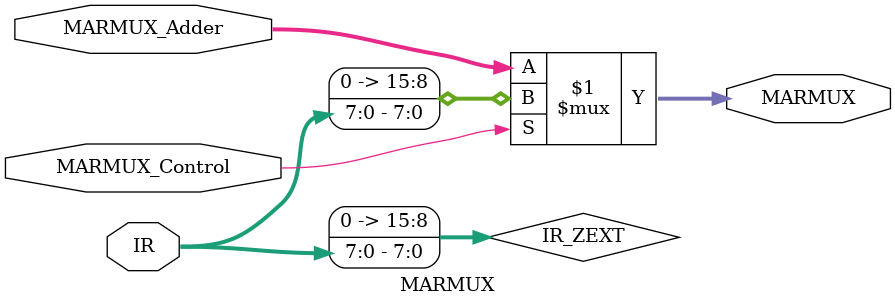
<source format=v>
module MARMUX (MARMUX_Adder,IR,MARMUX_Control,MARMUX);
//init
	input [15:0]MARMUX_Adder;			//Input of the MARMUX fromt he Adder
	input [15:0]IR;						//Input IR
	input MARMUX_Control; 				//Selects input of the MARMUX
	
	output [15:0]MARMUX;						//value passed through MARMUX

//Structural Verilog
	//Zero extending the IR input
		wire [15:0]IR_ZEXT;
		assign IR_ZEXT = {8'b00000000,IR[7:0]};
		
	//The Marmux itself
		assign MARMUX = MARMUX_Control? IR_ZEXT : MARMUX_Adder;
	
endmodule
</source>
